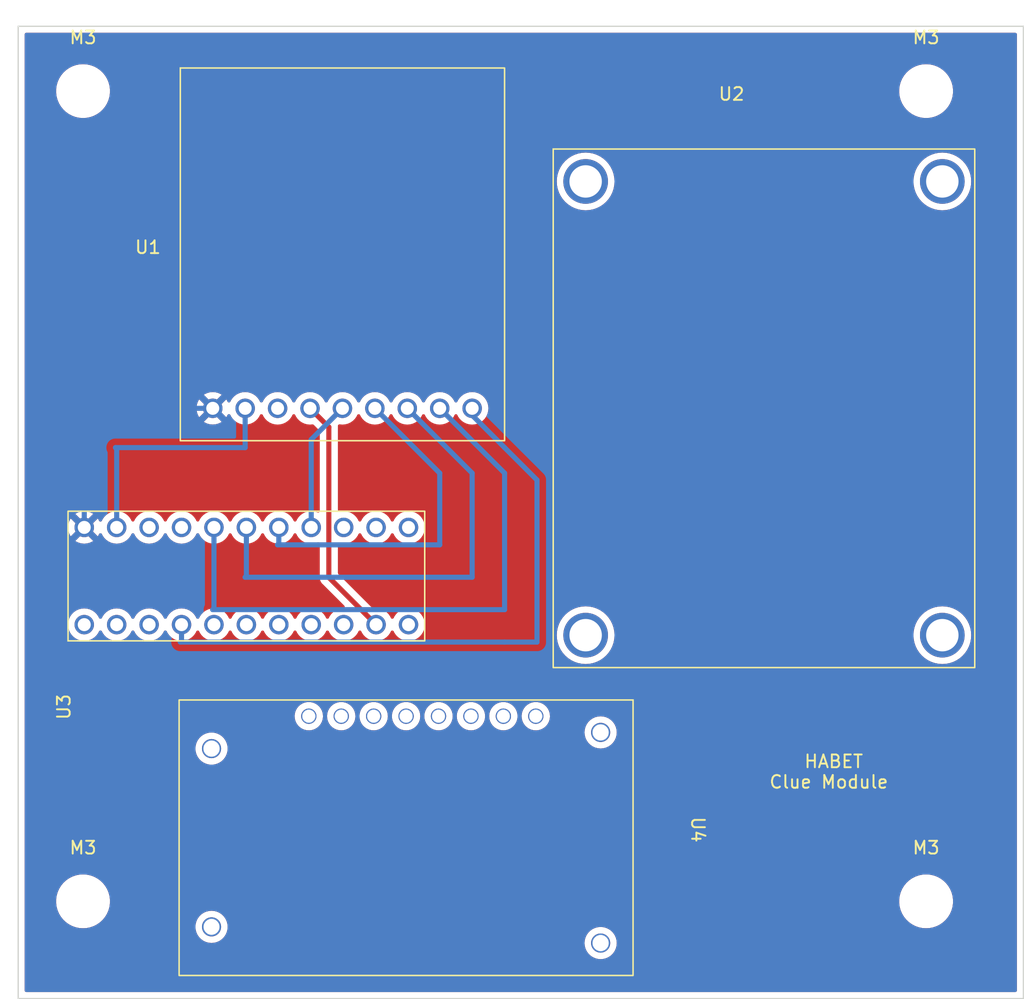
<source format=kicad_pcb>
(kicad_pcb (version 20211014) (generator pcbnew)
  (layers (0 "F.Cu" signal) (31 "B.Cu" signal) (34 "B.Paste" user) (35 "F.Paste" user) (36 "B.SilkS" user "B.Silkscreen") (37 "F.SilkS" user "F.Silkscreen") (38 "B.Mask" user) (39 "F.Mask" user) (44 "Edge.Cuts" user))
  (net 0 "")
  (net 1 "Net-(U1-Pad1)")
  (net 2 "Net-(U1-Pad2)")
  (net 4 "Net-(U1-Pad4)")
  (net 5 "Net-(U1-Pad5)")
  (net 6 "Net-(U1-Pad6)")
  (net 7 "Net-(U1-Pad7)")
  (net 8 "Net-(U1-Pad8)")
  (net 9 "Net-(U1-Pad9)")
  (footprint "HABET_Lib:Powerboost500" (layer "F.Cu") (at 185.325 70.58 -90)
    (fp_text reference "U4" (at 10.16 -5.08 -90 unlocked) (layer "F.SilkS"))
    (fp_text value "PowerBoost500")
    (fp_rect (start 0 0) (end 21.59 35.56) (layer "F.SilkS") (width 0.12) (fill none))
    (pad "1" thru_hole circle (at 1.27 25.4 270) (size 1.2 1.2) (drill 1.02) (layers *.Cu *.Mask))
    (pad "2" thru_hole circle (at 1.27 22.86 270) (size 1.2 1.2) (drill 1.02) (layers *.Cu *.Mask))
    (pad "3" thru_hole circle (at 1.27 20.32 270) (size 1.2 1.2) (drill 1.02) (layers *.Cu *.Mask))
    (pad "4" thru_hole circle (at 1.27 17.78 270) (size 1.2 1.2) (drill 1.02) (layers *.Cu *.Mask))
    (pad "5" thru_hole circle (at 1.27 15.24 270) (size 1.2 1.2) (drill 1.02) (layers *.Cu *.Mask))
    (pad "6" thru_hole circle (at 1.27 12.7 270) (size 1.2 1.2) (drill 1.02) (layers *.Cu *.Mask))
    (pad "7" thru_hole circle (at 1.27 10.16 270) (size 1.2 1.2) (drill 1.02) (layers *.Cu *.Mask))
    (pad "8" thru_hole circle (at 1.27 7.62 270) (size 1.2 1.2) (drill 1.02) (layers *.Cu *.Mask))
    (pad "10" thru_hole circle (at 2.54 2.54 270) (size 1.5 1.5) (drill 1.27) (layers *.Cu *.Mask))
    (pad "11" thru_hole circle (at 19.05 2.54 270) (size 1.5 1.5) (drill 1.27) (layers *.Cu *.Mask))
    (pad "12" thru_hole circle (at 3.81 33.02 270) (size 1.5 1.5) (drill 1.27) (layers *.Cu *.Mask))
    (pad "13" thru_hole circle (at 17.78 33.02 270) (size 1.5 1.5) (drill 1.25) (layers *.Cu *.Mask))
  )
  (footprint "MountingHole:MountingHole_3.2mm_M3" (layer "F.Cu") (at 208.28 22.86)
    (fp_text reference "M3" (at 0 -4.2) (layer "F.SilkS"))
    (fp_text value "MountingHole")
    (pad "" np_thru_hole circle (at 0 0) (size 3.2 3.2) (drill 3.2) (layers *.Cu *.Mask))
  )
  (footprint "MountingHole:MountingHole_3.2mm_M3" (layer "F.Cu") (at 208.28 86.36)
    (fp_text reference "M3" (at 0 -4.2) (layer "F.SilkS"))
    (fp_text value "MountingHole")
    (pad "" np_thru_hole circle (at 0 0) (size 3.2 3.2) (drill 3.2) (layers *.Cu *.Mask))
  )
  (footprint "HABET_Lib:Dragontail" (layer "F.Cu") (at 135.985 65.945 90)
    (fp_text reference "U3" (at -5.175 4.755 90 unlocked) (layer "F.SilkS"))
    (fp_text value "Dragontail")
    (fp_rect (start 0 5.08) (end 10.16 33.02) (layer "F.SilkS") (width 0.12) (fill none))
    (pad "0" thru_hole circle (at 1.27 8.89 90) (size 1.524 1.524) (drill 1.02) (layers *.Cu *.Mask))
    (pad "1" thru_hole circle (at 1.27 11.43 90) (size 1.524 1.524) (drill 1.02) (layers *.Cu *.Mask))
    (pad "2" thru_hole circle (at 1.27 13.97 90) (size 1.524 1.524) (drill 1.02) (layers *.Cu *.Mask) (net 9 "Net-(U1-Pad9)"))
    (pad "3" thru_hole circle (at 1.27 16.51 90) (size 1.524 1.524) (drill 1.02) (layers *.Cu *.Mask))
    (pad "4" thru_hole circle (at 1.27 19.05 90) (size 1.524 1.524) (drill 1.02) (layers *.Cu *.Mask))
    (pad "5" thru_hole circle (at 1.27 21.59 90) (size 1.524 1.524) (drill 1.02) (layers *.Cu *.Mask))
    (pad "6" thru_hole circle (at 1.27 24.13 90) (size 1.524 1.524) (drill 1.02) (layers *.Cu *.Mask))
    (pad "7" thru_hole circle (at 1.27 26.67 90) (size 1.524 1.524) (drill 1.02) (layers *.Cu *.Mask))
    (pad "8" thru_hole circle (at 1.27 29.21 90) (size 1.524 1.524) (drill 1.02) (layers *.Cu *.Mask) (net 4 "Net-(U1-Pad4)"))
    (pad "9" thru_hole circle (at 1.27 31.75 90) (size 1.524 1.524) (drill 1.02) (layers *.Cu *.Mask))
    (pad "10" thru_hole circle (at 8.89 31.75 90) (size 1.524 1.524) (drill 1.02) (layers *.Cu *.Mask))
    (pad "11" thru_hole circle (at 8.89 29.21 90) (size 1.524 1.524) (drill 1.02) (layers *.Cu *.Mask))
    (pad "12" thru_hole circle (at 8.89 26.67 90) (size 1.524 1.524) (drill 1.02) (layers *.Cu *.Mask))
    (pad "13" thru_hole circle (at 8.89 24.13 90) (size 1.524 1.524) (drill 1.02) (layers *.Cu *.Mask) (net 5 "Net-(U1-Pad5)"))
    (pad "14" thru_hole circle (at 8.89 21.59 90) (size 1.524 1.524) (drill 1.02) (layers *.Cu *.Mask) (net 6 "Net-(U1-Pad6)"))
    (pad "15" thru_hole circle (at 8.89 19.05 90) (size 1.524 1.524) (drill 1.02) (layers *.Cu *.Mask) (net 7 "Net-(U1-Pad7)"))
    (pad "16" thru_hole circle (at 8.89 16.51 90) (size 1.524 1.524) (drill 1.02) (layers *.Cu *.Mask) (net 8 "Net-(U1-Pad8)"))
    (pad "17" thru_hole circle (at 8.89 13.97 90) (size 1.524 1.524) (drill 1.02) (layers *.Cu *.Mask))
    (pad "18" thru_hole circle (at 8.89 11.43 90) (size 1.524 1.524) (drill 1.02) (layers *.Cu *.Mask))
    (pad "19" thru_hole circle (at 8.89 8.89 90) (size 1.524 1.524) (drill 1.02) (layers *.Cu *.Mask) (net 2 "Net-(U1-Pad2)"))
    (pad "20" thru_hole circle (at 8.89 6.35 90) (size 1.524 1.524) (drill 1.02) (layers *.Cu *.Mask) (net 1 "Net-(U1-Pad1)"))
    (pad "21" thru_hole circle (at 1.27 6.35 90) (size 1.524 1.524) (drill 1.02) (layers *.Cu *.Mask))
  )
  (footprint "MountingHole:MountingHole_3.2mm_M3" (layer "F.Cu") (at 142.24 22.86)
    (fp_text reference "M3" (at 0 -4.2) (layer "F.SilkS"))
    (fp_text value "MountingHole")
    (pad "" np_thru_hole circle (at 0 0) (size 3.2 3.2) (drill 3.2) (layers *.Cu *.Mask))
  )
  (footprint "MountingHole:MountingHole_3.2mm_M3" (layer "F.Cu") (at 142.24 86.36)
    (fp_text reference "M3" (at 0 -4.2) (layer "F.SilkS"))
    (fp_text value "MountingHole")
    (pad "" np_thru_hole circle (at 0 0) (size 3.2 3.2) (drill 3.2) (layers *.Cu *.Mask))
  )
  (footprint "HABET_Lib:GPS" (layer "F.Cu") (at 185.42 23.59)
    (fp_text reference "U2" (at 7.62 -0.5 unlocked) (layer "F.SilkS"))
    (fp_text value "GPS")
    (fp_rect (start -6.35 3.81) (end 26.67 44.45) (layer "F.SilkS") (width 0.12) (fill none))
    (pad "1" thru_hole circle (at -3.81 6.35) (size 3.5 3.5) (drill 2.54) (layers *.Cu *.Mask))
    (pad "2" thru_hole circle (at 24.13 6.35) (size 3.5 3.5) (drill 2.54) (layers *.Cu *.Mask))
    (pad "3" thru_hole circle (at 24.13 41.91) (size 3.5 3.5) (drill 2.54) (layers *.Cu *.Mask))
    (pad "4" thru_hole circle (at -3.81 41.91) (size 3.5 3.5) (drill 2.54) (layers *.Cu *.Mask))
  )
  (footprint "HABET_Lib:LoRa" (layer "F.Cu") (at 158.75 15.97)
    (fp_text reference "U1" (at -11.43 19.13 unlocked) (layer "F.SilkS"))
    (fp_text value "LoRa")
    (fp_rect (start -8.89 5.08) (end 16.51 34.29) (layer "F.SilkS") (width 0.12) (fill none))
    (pad "1" thru_hole circle (at -6.35 31.75) (size 1.524 1.524) (drill 1.02) (layers *.Cu *.Mask) (net 1 "Net-(U1-Pad1)"))
    (pad "2" thru_hole circle (at -3.81 31.75) (size 1.524 1.524) (drill 1.02) (layers *.Cu *.Mask) (net 2 "Net-(U1-Pad2)"))
    (pad "3" thru_hole circle (at -1.27 31.75) (size 1.524 1.524) (drill 1.02) (layers *.Cu *.Mask))
    (pad "4" thru_hole circle (at 1.27 31.75) (size 1.524 1.524) (drill 1.02) (layers *.Cu *.Mask) (net 4 "Net-(U1-Pad4)"))
    (pad "5" thru_hole circle (at 3.81 31.75) (size 1.524 1.524) (drill 1.02) (layers *.Cu *.Mask) (net 5 "Net-(U1-Pad5)"))
    (pad "6" thru_hole circle (at 6.35 31.75) (size 1.524 1.524) (drill 1.02) (layers *.Cu *.Mask) (net 6 "Net-(U1-Pad6)"))
    (pad "7" thru_hole circle (at 8.89 31.75) (size 1.524 1.524) (drill 1.02) (layers *.Cu *.Mask) (net 7 "Net-(U1-Pad7)"))
    (pad "8" thru_hole circle (at 11.43 31.75) (size 1.524 1.524) (drill 1.02) (layers *.Cu *.Mask) (net 8 "Net-(U1-Pad8)"))
    (pad "9" thru_hole circle (at 13.97 31.75) (size 1.524 1.524) (drill 1.02) (layers *.Cu *.Mask) (net 9 "Net-(U1-Pad9)"))
  )
  (gr_line (start 137.16 17.78) (end 137.16 93.98) (layer "Edge.Cuts") (width 0.1))
  (gr_line (start 137.16 93.98) (end 215.9 93.98) (layer "Edge.Cuts") (width 0.1))
  (gr_line (start 215.9 17.78) (end 137.16 17.78) (layer "Edge.Cuts") (width 0.1))
  (gr_line (start 215.9 93.98) (end 215.9 17.78) (layer "Edge.Cuts") (width 0.1))
  (gr_text "  HABET \nClue Module" (at 200.66 76.2) (layer "F.SilkS") (effects (font (size 1 1))))
  (segment (start 142.24 48.26) (end 142.78 47.72) (width 0.4) (layer "B.Cu") (net 1))
  (segment (start 142.335 48.355) (end 142.24 48.26) (width 0.4) (layer "B.Cu") (net 1))
  (segment (start 142.78 47.72) (end 152.4 47.72) (width 0.4) (layer "B.Cu") (net 1))
  (segment (start 142.335 57.055) (end 142.335 48.355) (width 0.4) (layer "B.Cu") (net 1))
  (segment (start 154.94 50.8) (end 154.94 48.26) (width 0.4) (layer "B.Cu") (net 2))
  (segment (start 144.78 50.8) (end 154.94 50.8) (width 0.4) (layer "B.Cu") (net 2))
  (segment (start 144.875 50.895) (end 144.78 50.8) (width 0.4) (layer "B.Cu") (net 2))
  (segment (start 144.875 57.055) (end 144.875 50.895) (width 0.4) (layer "B.Cu") (net 2))
  (segment (start 161.493489 60.973489) (end 161.493489 49.193489) (width 0.4) (layer "F.Cu") (net 4))
  (segment (start 165.195 64.675) (end 161.493489 60.973489) (width 0.4) (layer "F.Cu") (net 4))
  (segment (start 161.493489 49.193489) (end 160.02 47.72) (width 0.4) (layer "F.Cu") (net 4))
  (segment (start 160.115 57.055) (end 160.115 50.165) (width 0.4) (layer "B.Cu") (net 5))
  (segment (start 160.115 50.165) (end 162.56 47.72) (width 0.4) (layer "B.Cu") (net 5))
  (segment (start 157.48 58.42) (end 170.18 58.42) (width 0.4) (layer "B.Cu") (net 6))
  (segment (start 170.18 58.42) (end 170.18 52.8) (width 0.4) (layer "B.Cu") (net 6))
  (segment (start 157.575 57.055) (end 157.575 58.325) (width 0.4) (layer "B.Cu") (net 6))
  (segment (start 170.18 52.8) (end 165.1 47.72) (width 0.4) (layer "B.Cu") (net 6))
  (segment (start 157.575 58.325) (end 157.48 58.42) (width 0.4) (layer "B.Cu") (net 6))
  (segment (start 155.035 57.055) (end 155.035 60.865) (width 0.4) (layer "B.Cu") (net 7))
  (segment (start 154.94 60.96) (end 172.72 60.96) (width 0.4) (layer "B.Cu") (net 7))
  (segment (start 155.035 60.865) (end 154.94 60.96) (width 0.4) (layer "B.Cu") (net 7))
  (segment (start 172.72 60.96) (end 172.72 52.8) (width 0.4) (layer "B.Cu") (net 7))
  (segment (start 172.72 52.8) (end 167.64 47.72) (width 0.4) (layer "B.Cu") (net 7))
  (segment (start 152.4 63.5) (end 175.26 63.5) (width 0.4) (layer "B.Cu") (net 8))
  (segment (start 152.495 63.405) (end 152.4 63.5) (width 0.4) (layer "B.Cu") (net 8))
  (segment (start 175.26 52.8) (end 170.18 47.72) (width 0.4) (layer "B.Cu") (net 8))
  (segment (start 175.26 63.5) (end 175.26 52.8) (width 0.4) (layer "B.Cu") (net 8))
  (segment (start 152.495 57.055) (end 152.495 63.405) (width 0.4) (layer "B.Cu") (net 8))
  (segment (start 175.26 50.8) (end 172.72 48.26) (width 0.4) (layer "B.Cu") (net 9))
  (segment (start 177.8 53.34) (end 175.26 50.8) (width 0.4) (layer "B.Cu") (net 9))
  (segment (start 175.26 66.04) (end 177.8 66.04) (width 0.4) (layer "B.Cu") (net 9))
  (segment (start 149.955 64.675) (end 149.955 65.945) (width 0.4) (layer "B.Cu") (net 9))
  (segment (start 149.955 65.945) (end 149.86 66.04) (width 0.4) (layer "B.Cu") (net 9))
  (segment (start 149.86 66.04) (end 175.26 66.04) (width 0.4) (layer "B.Cu") (net 9))
  (segment (start 177.8 66.04) (end 177.8 53.34) (width 0.4) (layer "B.Cu") (net 9))
  (zone (net 1) (net_name "Net-(U1-Pad1)") (layer "F.Cu") (connect_pads (clearance 0.508)) (min_thickness 0.254) (fill yes (thermal_gap 0.508) (thermal_bridge_width 0.508))
    (polygon (pts (xy 215.9 93.98) (xy 137.16 93.98) (xy 137.16 17.78) (xy 215.9 17.78)))
  )
  (zone (net 1) (net_name "Net-(U1-Pad1)") (layer "B.Cu") (connect_pads (clearance 0.508)) (min_thickness 0.254) (fill yes (thermal_gap 0.508) (thermal_bridge_width 0.508))
    (polygon (pts (xy 215.9 93.98) (xy 137.16 93.98) (xy 137.16 17.78) (xy 215.9 17.78)))
  )
)
</source>
